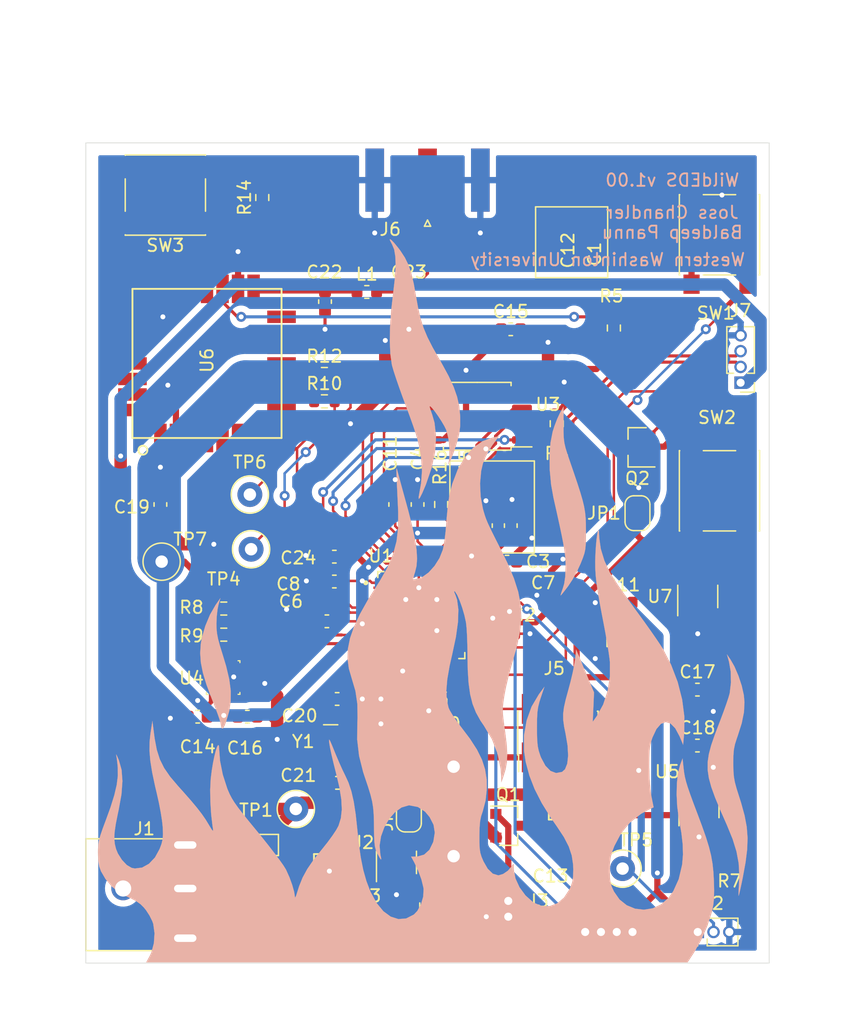
<source format=kicad_pcb>
(kicad_pcb (version 20211014) (generator pcbnew)
  (layers (0 "F.Cu" signal) (31 "B.Cu" signal) (34 "B.Paste" user) (35 "F.Paste" user) (36 "B.SilkS" user "B.Silkscreen") (37 "F.SilkS" user "F.Silkscreen") (38 "B.Mask" user) (39 "F.Mask" user) (44 "Edge.Cuts" user))
  (net 0 "")
  (net 1 "GND")
  (net 2 "+3V3")
  (net 3 "+BATT")
  (net 4 "Net-(C13-Pad1)")
  (net 5 "XIN")
  (net 6 "XOUT")
  (net 7 "Net-(C22-Pad1)")
  (net 8 "Net-(C23-Pad1)")
  (net 9 "Net-(D1-Pad2)")
  (net 10 "VDC")
  (net 11 "Net-(D2-Pad1)")
  (net 12 "SOIL_SIG")
  (net 13 "SCL_SOIL")
  (net 14 "SDA_SOIL")
  (net 15 "RESET")
  (net 16 "SWD_CLK")
  (net 17 "SWD_DIO")
  (net 18 "Net-(Q2-Pad2)")
  (net 19 "Net-(R2-Pad2)")
  (net 20 "Net-(R3-Pad2)")
  (net 21 "QSPI_CSN")
  (net 22 "Net-(R7-Pad1)")
  (net 23 "SDA")
  (net 24 "SCL")
  (net 25 "LORA_TX")
  (net 26 "Net-(R10-Pad1)")
  (net 27 "Net-(R11-Pad2)")
  (net 28 "LORA_RX")
  (net 29 "Net-(R12-Pad1)")
  (net 30 "Net-(R14-Pad2)")
  (net 31 "Net-(SW3-Pad1)")
  (net 32 "QSPI_SD1")
  (net 33 "QSPI_SD2")
  (net 34 "QSPI_SD0")
  (net 35 "QSPI_CLK")
  (net 36 "QSPI_SD3")
  (net 37 "DONE")
  (net 38 "VDD")
  (net 39 "Net-(R1-Pad2)")
  (net 40 "+1V1")
  (net 43 "Net-(U2-Pad4)")
  (net 44 "USB_DP")
  (net 87 "/D-")
  (net 88 "/D+")
  (net 89 "USB_DN")
  (footprint "Capacitor_SMD:C_0603_1608Metric" (layer "F.Cu") (at 184.2 69.8 90)
    (fp_text reference "C1")
    (fp_text value "1uF")
  )
  (footprint "Capacitor_SMD:C_0603_1608Metric" (layer "F.Cu") (at 183.725 78.5)
    (fp_text reference "C2")
    (fp_text value "100nF")
  )
  (footprint "Capacitor_SMD:C_0603_1608Metric" (layer "F.Cu") (at 183.9 72.7)
    (fp_text reference "C3")
    (fp_text value "100nF")
  )
  (footprint "Capacitor_SMD:C_0603_1608Metric" (layer "F.Cu") (at 176.7 68.1 90)
    (fp_text reference "C4")
    (fp_text value "100nF")
  )
  (footprint "Capacitor_SMD:C_0603_1608Metric" (layer "F.Cu") (at 175.725 83.75 180)
    (fp_text reference "C5")
    (fp_text value "100nF")
  )
  (footprint "Capacitor_SMD:C_0603_1608Metric" (layer "F.Cu") (at 169.4 77.5 180)
    (fp_text reference "C6")
    (fp_text value "100nF")
  )
  (footprint "Capacitor_SMD:C_0603_1608Metric" (layer "F.Cu") (at 183.9 74.8)
    (fp_text reference "C7")
    (fp_text value "100nF")
  )
  (footprint "Capacitor_SMD:C_0603_1608Metric" (layer "F.Cu") (at 170 74.3 180)
    (fp_text reference "C8")
    (fp_text value "100nF")
  )
  (footprint "Capacitor_SMD:C_0603_1608Metric" (layer "F.Cu") (at 180.6 100.4 -90)
    (fp_text reference "C9")
    (fp_text value "10uF")
  )
  (footprint "Capacitor_SMD:C_0603_1608Metric" (layer "F.Cu") (at 175.75 85.75 180)
    (fp_text reference "C10")
    (fp_text value "100nF")
  )
  (footprint "Capacitor_SMD:C_0603_1608Metric" (layer "F.Cu") (at 174.9 68.1 90)
    (fp_text reference "C11")
    (fp_text value "100nF")
  )
  (footprint "Capacitor_SMD:C_0603_1608Metric" (layer "F.Cu") (at 182.2 69.8 90)
    (fp_text reference "C12")
    (fp_text value "1uF")
  )
  (footprint "Capacitor_SMD:C_0603_1608Metric" (layer "F.Cu") (at 190 98.275 -90)
    (fp_text reference "C13")
    (fp_text value "1uF")
  )
  (footprint "Capacitor_SMD:C_0603_1608Metric" (layer "F.Cu") (at 159 85.175 180)
    (fp_text reference "C14")
    (fp_text value "100nF")
  )
  (footprint "Capacitor_SMD:C_0603_1608Metric" (layer "F.Cu") (at 184.2 54)
    (fp_text reference "C15")
    (fp_text value "C")
  )
  (footprint "Capacitor_SMD:C_0603_1608Metric" (layer "F.Cu") (at 163 85.175)
    (fp_text reference "C16")
    (fp_text value "100nF")
  )
  (footprint "Capacitor_SMD:C_0603_1608Metric" (layer "F.Cu") (at 199.225 83)
    (fp_text reference "C17")
    (fp_text value "10uF")
  )
  (footprint "Capacitor_SMD:C_0603_1608Metric" (layer "F.Cu") (at 199.225 87.5)
    (fp_text reference "C18")
    (fp_text value "10uF")
  )
  (footprint "Capacitor_SMD:C_0603_1608Metric" (layer "F.Cu") (at 156 68.1 -90)
    (fp_text reference "C19")
    (fp_text value "4.7uF")
  )
  (footprint "Capacitor_SMD:C_0603_1608Metric" (layer "F.Cu") (at 170.225 83.75)
    (fp_text reference "C20")
    (fp_text value "8pF")
  )
  (footprint "Capacitor_SMD:C_0603_1608Metric" (layer "F.Cu") (at 170.25 90.5)
    (fp_text reference "C21")
    (fp_text value "8pF")
  )
  (footprint "Capacitor_SMD:C_0603_1608Metric" (layer "F.Cu") (at 169.25 51.775 -90)
    (fp_text reference "C22")
    (fp_text value "DNP")
  )
  (footprint "Capacitor_SMD:C_0603_1608Metric" (layer "F.Cu") (at 176 51.75 -90)
    (fp_text reference "C23")
    (fp_text value "DNP")
  )
  (footprint "Diode_SMD:D_SOD-323" (layer "F.Cu") (at 164 95.5 180)
    (fp_text reference "D1")
    (fp_text value "D_Schottky")
  )
  (footprint "LED_SMD:LED_0603_1608Metric" (layer "F.Cu") (at 171.4 101.8 90)
    (fp_text reference "D2")
    (fp_text value "LED")
  )
  (footprint "Diode_SMD:D_SOD-323" (layer "F.Cu") (at 190 93 90)
    (fp_text reference "D3")
    (fp_text value "D_Schottky")
  )
  (footprint "54-00125:54-00125" (layer "F.Cu") (at 154 94)
    (fp_text reference "J1")
    (fp_text value "Barrel_Jack_Switch_Pin3Ring")
  )
  (footprint "Connector_PinHeader_1.27mm:PinHeader_1x03_P1.27mm_Vertical" (layer "F.Cu") (at 199.25 102.5 90)
    (fp_text reference "J2")
    (fp_text value "Analog Soil Header")
  )
  (footprint "Connector_PinHeader_1.27mm:PinHeader_2x01_P1.27mm_Vertical" (layer "F.Cu") (at 184 100 -90)
    (fp_text reference "J3")
    (fp_text value "LiPo Batt")
  )
  (footprint "Connector_PinHeader_1.27mm:PinHeader_1x04_P1.27mm_Vertical" (layer "F.Cu") (at 194 102.5 -90)
    (fp_text reference "J4")
    (fp_text value "I2C Soil Header")
  )
  (footprint "Connector_PinHeader_1.27mm:PinHeader_2x05_P1.27mm_Vertical_SMD" (layer "F.Cu") (at 188 86.5 90)
    (fp_text reference "J5")
    (fp_text value "Conn_02x05_Odd_Even")
  )
  (footprint "Inductor_SMD:L_0603_1608Metric" (layer "F.Cu") (at 172.6125 51)
    (fp_text reference "L1")
    (fp_text value "0H")
  )
  (footprint "Package_TO_SOT_SMD:SOT-23" (layer "F.Cu") (at 184 93.95)
    (fp_text reference "Q1")
    (fp_text value "Q_PMOS_DGS")
  )
  (footprint "Package_TO_SOT_SMD:SOT-23" (layer "F.Cu") (at 194.4 63.5 180)
    (fp_text reference "Q2")
    (fp_text value "Q_PMOS_DGS")
  )
  (footprint "Resistor_SMD:R_0603_1608Metric" (layer "F.Cu") (at 171.2 96.7 90)
    (fp_text reference "R2")
    (fp_text value "2k")
  )
  (footprint "Resistor_SMD:R_0603_1608Metric" (layer "F.Cu") (at 174 101.825 90)
    (fp_text reference "R3")
    (fp_text value "10k")
  )
  (footprint "Resistor_SMD:R_0603_1608Metric" (layer "F.Cu") (at 187.9 61.6 90)
    (fp_text reference "R4")
    (fp_text value "10k")
  )
  (footprint "Resistor_SMD:R_0603_1608Metric" (layer "F.Cu") (at 192.5 53.9 90)
    (fp_text reference "R5")
    (fp_text value "10k")
  )
  (footprint "Resistor_SMD:R_0603_1608Metric" (layer "F.Cu") (at 193.675 92)
    (fp_text reference "R6")
    (fp_text value "10k")
  )
  (footprint "Resistor_SMD:R_0603_1608Metric" (layer "F.Cu") (at 199.175 98.5 180)
    (fp_text reference "R7")
    (fp_text value "10k")
  )
  (footprint "Resistor_SMD:R_0603_1608Metric" (layer "F.Cu") (at 161.1 76.475)
    (fp_text reference "R8")
    (fp_text value "10k")
  )
  (footprint "Resistor_SMD:R_0603_1608Metric" (layer "F.Cu") (at 161.1 78.575)
    (fp_text reference "R9")
    (fp_text value "10k")
  )
  (footprint "Resistor_SMD:R_0603_1608Metric" (layer "F.Cu") (at 169.2 59.8)
    (fp_text reference "R10")
    (fp_text value "22")
  )
  (footprint "Resistor_SMD:R_0603_1608Metric" (layer "F.Cu") (at 193.175 76)
    (fp_text reference "R11")
    (fp_text value "221k")
  )
  (footprint "Resistor_SMD:R_0603_1608Metric" (layer "F.Cu") (at 169.2 57.6)
    (fp_text reference "R12")
    (fp_text value "22")
  )
  (footprint "Resistor_SMD:R_0603_1608Metric" (layer "F.Cu") (at 193.175 80.5)
    (fp_text reference "R13")
    (fp_text value "287k")
  )
  (footprint "Resistor_SMD:R_0603_1608Metric" (layer "F.Cu") (at 164.2 43.4 90)
    (fp_text reference "R14")
    (fp_text value "470")
  )
  (footprint "Button_Switch_SMD:SW_Push_1P1T_NO_6x6mm_H9.5mm" (layer "F.Cu") (at 201 46.4 -90)
    (fp_text reference "SW1")
    (fp_text value "SW_Push")
  )
  (footprint "Button_Switch_SMD:SW_Push_1P1T_NO_6x6mm_H9.5mm" (layer "F.Cu") (at 201 67 -90)
    (fp_text reference "SW2")
    (fp_text value "SW_Push")
  )
  (footprint "Button_Switch_SMD:SW_Push_1P1T_NO_6x6mm_H9.5mm" (layer "F.Cu") (at 156.4 43.2 180)
    (fp_text reference "SW3")
    (fp_text value "SW_Push")
  )
  (footprint "RP2040KICAD:QFN40P700X700X90-57N" (layer "F.Cu") (at 177 77)
    (fp_text reference "U1")
    (fp_text value "RP2040")
  )
  (footprint "Package_TO_SOT_SMD:SOT-23-5" (layer "F.Cu") (at 175 96.9 90)
    (fp_text reference "U2")
    (fp_text value "MCP73831-2-OT")
  )
  (footprint "Package_SO:SOIC-8_5.23x5.23mm_P1.27mm" (layer "F.Cu") (at 181.5 61 180)
    (fp_text reference "U3")
    (fp_text value "W25Q128JVS")
  )
  (footprint "Package_LGA:Bosch_LGA-8_2.5x2.5mm_P0.65mm_ClockwisePinNumbering" (layer "F.Cu") (at 161.05 82.025)
    (fp_text reference "U4")
    (fp_text value "BME280")
  )
  (footprint "Package_TO_SOT_SMD:SOT-23-5" (layer "F.Cu") (at 199.35 92.4 90)
    (fp_text reference "U5")
    (fp_text value "AP2112K-3.3")
  )
  (footprint "LoRa-E5:LoRa-E5" (layer "F.Cu") (at 159.75 56.75 90)
    (fp_text reference "U6")
    (fp_text value "LoRa-E5")
  )
  (footprint "Package_TO_SOT_SMD:SOT-23-6" (layer "F.Cu") (at 199.25 75.5 90)
    (fp_text reference "U7")
    (fp_text value "TPL5110")
  )
  (footprint "Oscillator:Oscillator_SMD_Abracon_ASDMB-4Pin_2.5x2.0mm" (layer "F.Cu") (at 170.275 87.175 -90)
    (fp_text reference "Y1")
    (fp_text value "Crystal_GND24")
  )
  (footprint "54-00125:SMA_Amphenol_132289_EdgeMount_new" (layer "F.Cu") (at 177.5 42 90)
    (fp_text reference "J6")
    (fp_text value "SMA-J-P-H-RA-TH1")
  )
  (footprint "Jumper:SolderJumper-2_P1.3mm_Open_RoundedPad1.0x1.5mm" (layer "F.Cu") (at 194.4 68.8 90)
    (fp_text reference "JP1")
    (fp_text value "SolderJumper_2_Open")
  )
  (footprint "TestPoint:TestPoint_Loop_D1.80mm_Drill1.0mm_Beaded" (layer "F.Cu") (at 166.9 92.6)
    (fp_text reference "TP1")
    (fp_text value "TestPoint")
  )
  (footprint "TestPoint:TestPoint_Loop_D1.80mm_Drill1.0mm_Beaded" (layer "F.Cu") (at 179.6 96.4)
    (fp_text reference "TP2")
    (fp_text value "TestPoint")
  )
  (footprint "Resistor_SMD:R_0603_1608Metric" (layer "F.Cu") (at 177.4 100.4 -90)
    (fp_text reference "R1")
    (fp_text value "0")
  )
  (footprint "TestPoint:TestPoint_Loop_D1.80mm_Drill1.0mm_Beaded" (layer "F.Cu") (at 179.6 89.2)
    (fp_text reference "TP3")
    (fp_text value "TestPoint")
  )
  (footprint "TestPoint:TestPoint_Loop_D1.80mm_Drill1.0mm_Beaded" (layer "F.Cu") (at 156.1 72.7)
    (fp_text reference "TP4")
    (fp_text value "TestPoint")
  )
  (footprint "TestPoint:TestPoint_Loop_D1.80mm_Drill1.0mm_Beaded" (layer "F.Cu") (at 193.2 97.4)
    (fp_text reference "TP5")
    (fp_text value "TestPoint")
  )
  (footprint "TestPoint:TestPoint_Loop_D1.80mm_Drill1.0mm_Beaded" (layer "F.Cu") (at 163.2 67.3)
    (fp_text reference "TP6")
    (fp_text value "TestPoint")
  )
  (footprint "TestPoint:TestPoint_Loop_D1.80mm_Drill1.0mm_Beaded" (layer "F.Cu") (at 163.3 71.7)
    (fp_text reference "TP7")
    (fp_text value "TestPoint")
  )
  (footprint "Connector_PinHeader_1.27mm:PinHeader_1x04_P1.27mm_Vertical" (layer "F.Cu") (at 202.7 58.3 180)
    (fp_text reference "J7")
    (fp_text value "USB Header")
  )
  (footprint "Resistor_SMD:R_0603_1608Metric" (layer "F.Cu") (at 180.4 68.1 90)
    (fp_text reference "R15")
    (fp_text value "27.4")
  )
  (footprint "Capacitor_SMD:C_0603_1608Metric" (layer "F.Cu") (at 170 72.3 180)
    (fp_text reference "C24")
    (fp_text value "1uF")
  )
  (footprint "Resistor_SMD:R_0603_1608Metric" (layer "F.Cu") (at 178.6 68.1 90)
    (fp_text reference "R16")
    (fp_text value "27.4")
  )
  (footprint "Jumper:SolderJumper-2_P1.3mm_Open_RoundedPad1.0x1.5mm" (layer "F.Cu") (at 176 93.05 90)
    (fp_text reference "JP2")
    (fp_text value "SolderJumper_2_Open")
  )
  (footprint "RP2040_WEDS:Flame_Logo" (layer "B.Cu") (at 177.1 75.7 180)
    (fp_text reference "G***" hide)
    (fp_text value "LOGO" hide)
  )
  (gr_line (start 179.3 64.6) (end 179.3 72) (layer "F.SilkS") (width 0.12))
  (gr_line (start 186.2 49.85) (end 192 49.85) (layer "F.SilkS") (width 0.12))
  (gr_line (start 192 49.85) (end 192 44.15) (layer "F.SilkS") (width 0.12))
  (gr_line (start 186.2 44.35) (end 186.2 49.85) (layer "F.SilkS") (width 0.12))
  (gr_line (start 179.3 72) (end 186.1 72) (layer "F.SilkS") (width 0.12))
  (gr_line (start 192 44.15) (end 186.2 44.15) (layer "F.SilkS") (width 0.12))
  (gr_line (start 186.1 64.6) (end 179.3 64.6) (layer "F.SilkS") (width 0.12))
  (gr_line (start 186.1 72) (end 186.1 64.6) (layer "F.SilkS") (width 0.12))
  (gr_line (start 186.2 44.35) (end 186.2 44.15) (layer "F.SilkS") (width 0.12))
  (gr_line (start 150 105) (end 150 39) (layer "Edge.Cuts") (width 0.05))
  (gr_line (start 205 105) (end 150 105) (layer "Edge.Cuts") (width 0.05))
  (gr_line (start 150 39) (end 205 39) (layer "Edge.Cuts") (width 0.05))
  (gr_line (start 205 39) (end 205 105) (layer "Edge.Cuts") (width 0.05))
  (gr_text "WildEDS v1.00" (at 197.2 42) (layer "B.SilkS") (effects (font (size 1 1)) (justify mirror)))
  (gr_text "Joss Chandler\nBaldeep Pannu" (at 197.2 45.4) (layer "B.SilkS") (effects (font (size 1 1)) (justify mirror)))
  (gr_text "Western Washinton University" (at 192 48.4) (layer "B.SilkS") (effects (font (size 1 1)) (justify mirror)))
  (segment (start 200.425 42.425) (end 201.2 43.2) (width 0.5) (layer "F.Cu") (net 1))
  (segment (start 190.54 88.45) (end 193.45 88.45) (width 0.5) (layer "F.Cu") (net 1))
  (segment (start 182.23 101.27) (end 180.695 101.27) (width 0.5) (layer "F.Cu") (net 1))
  (segment (start 200 84.25) (end 200.5 84.75) (width 0.5) (layer "F.Cu") (net 1))
  (segment (start 160.075 81.7) (end 160.35 81.975) (width 0.35) (layer "F.Cu") (net 1))
  (segment (start 164.75 85.25) (end 165.2 85.7) (width 0.35) (layer "F.Cu") (net 1))
  (segment (start 157.25 59.15) (end 157.25 62.75) (width 0.5) (layer "F.Cu") (net 1))
  (segment (start 162.025 83.05) (end 162.025 82.45) (width 0.35) (layer "F.Cu") (net 1))
  (segment (start 160.075 81) (end 160.075 81.7) (width 0.35) (layer "F.Cu") (net 1))
  (segment (start 167.110756 77.5) (end 168.625 77.5) (width 0.5) (layer "F.Cu") (net 1))
  (segment (start 176 80.435) (end 176 81) (width 0.2) (layer "F.Cu") (net 1))
  (segment (start 187.78 101.27) (end 190 99.05) (width 0.5) (layer "F.Cu") (net 1))
  (segment (start 160.3 71.3) (end 157.7 71.3) (width 1) (layer "F.Cu") (net 1))
  (segment (start 165.4 87) (end 165.4 83.5) (width 1) (layer "F.Cu") (net 1))
  (segment (start 200 87.5) (end 200 88.749998) (width 0.5) (layer "F.Cu") (net 1))
  (segment (start 174.95 83.75) (end 173.75 83.75) (width 0.2) (layer "F.Cu") (net 1))
  (segment (start 163.8 85.25) (end 164.75 85.25) (width 0.35) (layer "F.Cu") (net 1))
  (segment (start 198.75 50.375) (end 198.75 42.425) (width 0.5) (layer "F.Cu") (net 1))
  (segment (start 164.2 45.8) (end 162.25 47.75) (width 0.5) (layer "F.Cu") (net 1))
  (segment (start 193.45 88.45) (end 194.5 89.5) (width 0.5) (layer "F.Cu") (net 1))
  (segment (start 160.35 81.975) (end 161.9 81.975) (width 0.35) (layer "F.Cu") (net 1))
  (segment (start 169.25 52.55) (end 169.25 54) (width 0.25) (layer "F.Cu") (net 1))
  (segment (start 164.2 44.225) (end 164.2 45.8) (width 0.5) (layer "F.Cu") (net 1))
  (segment (start 187.2 55.05) (end 187.2 58.4) (width 1) (layer "F.Cu") (net 1))
  (segment (start 166.155378 76.544622) (end 167.110756 77.5) (width 0.5) (layer "F.Cu") (net 1))
  (segment (start 187.1 58.5) (end 186.5 59.1) (width 0.5) (layer "F.Cu") (net 1))
  (segment (start 174.9 66.1) (end 174.9 67.275) (width 0.35) (layer "F.Cu") (net 1))
  (segment (start 176 78) (end 177 77) (width 0.2) (layer "F.Cu") (net 1))
  (segment (start 186.5 59.1) (end 185.105 59.1) (width 0.5) (layer "F.Cu") (net 1))
  (segment (start 192.35 80.5) (end 191 80.5) (width 0.5) (layer "F.Cu") (net 1))
  (segment (start 198.75 42.425) (end 200.425 42.425) (width 0.5) (layer "F.Cu") (net 1))
  (segment (start 192.35 76) (end 191 76) (width 0.5) (layer "F.Cu") (net 1))
  (segment (start 184.675 74.8) (end 185.7 74.8) (width 0.5) (layer "F.Cu") (net 1))
  (segment (start 194.5 92) (end 194.5 89.5) (width 0.5) (layer "F.Cu") (net 1))
  (segment (start 171 83.75) (end 171 86.3) (width 0.2) (layer "F.Cu") (net 1))
  (segment (start 180.695 101.27) (end 180.6 101.175) (width 0.5) (layer "F.Cu") (net 1))
  (segment (start 200 88.749998) (end 200.500002 89.25) (width 0.5) (layer "F.Cu") (net 1))
  (segment (start 173.25 42) (end 173.25 46.25) (width 0.25) (layer "F.Cu") (net 1))
  (segment (start 162.025 82.45) (end 161.55 81.975) (width 0.35) (layer "F.Cu") (net 1))
  (segment (start 172 83.75) (end 172.25 83.75) (width 0.2) (layer "F.Cu") (net 1))
  (segment (start 156 69.6) (end 156 68.875) (width 1) (layer "F.Cu") (net 1))
  (segment (start 174.975 85.75) (end 173.75 85.75) (width 0.2) (layer "F.Cu") (net 1))
  (segment (start 171.05 86.35) (end 171.05 86.45) (width 0.2) (layer "F.Cu") (net 1))
  (segment (start 156.925 85.175) (end 158.075 85.175) (width 0.35) (layer "F.Cu") (net 1))
  (segment (start 186.73 88.45) (end 188 88.45) (width 0.5) (layer "F.Cu") (net 1))
  (segment (start 169.5 88) (end 169.5 90.475) (width 0.2) (layer "F.Cu") (net 1))
  (segment (start 185.9 70.8) (end 184.675 72.025) (width 0.5) (layer "F.Cu") (net 1))
  (segment (start 184.675 72.025) (end 184.675 72.7) (width 0.5) (layer "F.Cu") (net 1))
  (segment (start 176 81) (end 175.5 81.5) (width 0.2) (layer "F.Cu") (net 1))
  (segment (start 169.5 97.625) (end 169.65 97.475) (width 0.25) (layer "F.Cu") (net 1))
  (segment (start 184.2 69.025) (end 184.2 67.8) (width 0.5) (layer "F.Cu") (net 1))
  (segment (start 162.25 47.75) (end 162.25 50.75) (width 0.5) (layer "F.Cu") (net 1))
  (segment (start 184 101.27) (end 182.23 101.27) (width 0.5) (layer "F.Cu") (net 1))
  (segment (start 169.5 90.475) (end 169.475 90.5) (width 0.2) (layer "F.Cu") (net 1))
  (segment (start 199.35 93.5) (end 199.35 94.85) (width 0.5) (layer "F.Cu") (net 1))
  (segment (start 185.7 74.8) (end 184.7 74.8) (width 0.2) (layer "F.Cu") (net 1))
  (segment (start 189.27 88.45) (end 190.54 88.45) (width 0.5) (layer "F.Cu") (net 1))
  (segment (start 185.7 74.8) (end 186.3 75.4) (width 0.5) (layer "F.Cu") (net 1))
  (segment (start 158.075 85.175) (end 158.2 85.3) (width 0.35) (layer "F.Cu") (net 1))
  (segment (start 187.2 54.4) (end 186.8 54) (width 0.5) (layer "F.Cu") (net 1))
  (segment (start 186.8 54) (end 184.975 54) (width 0.5) (layer "F.Cu") (net 1))
  (segment (start 169.225 72.3) (end 167.8 72.3) (width 0.5) (layer "F.Cu") (net 1))
  (segment (start 169.5 74.25) (end 168 74.25) (width 0.2) (layer "F.Cu") (net 1))
  (segment (start 175 98) (end 175 99.5) (width 0.25) (layer "F.Cu") (net 1))
  (segment (start 157.7 71.3) (end 156 69.6) (width 1) (layer "F.Cu") (net 1))
  (segment (start 156.6 58.5) (end 157.25 59.15) (width 0.5) (layer "F.Cu") (net 1))
  (segment (start 184.5 78.5) (end 185.75 78.5) (width 0.2) (layer "F.Cu") (net 1))
  (segment (start 184 101.27) (end 187.78 101.27) (width 0.5) (layer "F.Cu") (net 1))
  (segment (start 171 86.3) (end 171.05 86.35) (width 0.2) (layer "F.Cu") (net 1))
  (segment (start 171.05 86.45) (end 169.5 88) (width 0.2) (layer "F.Cu") (net 1))
  (segment (start 176 80.435) (end 176 78) (width 0.2) (layer "F.Cu") (net 1))
  (segment (start 171.3 61.6) (end 174.1 58.8) (width 1) (layer "F.Cu") (net 1))
  (segment (start 174.1 58.8) (end 174.1 54.9) (width 1) (layer "F.Cu") (net 1))
  (segment (start 182.2 68.7) (end 182.2 67.8) (width 0.2) (layer "F.Cu") (net 1))
  (segment (start 160.725 82.525978) (end 160.725 83.05) (width 0.35) (layer "F.Cu") (net 1))
  (segment (start 176.7 66.1) (end 176.7 67.325) (width 0.35) (layer "F.Cu") (net 1))
  (segment (start 187.2 55.05) (end 187.2 54.4) (width 0.5) (layer "F.Cu") (net 1))
  (segment (start 182.2 69.025) (end 182.2 67.8) (width 0.5) (layer "F.Cu") (net 1))
  (segment (start 171 83.75) (end 172 83.75) (width 0.2) (layer "F.Cu") (net 1))
  (segment (start 161.275978 81.975) (end 160.725 82.525978) (width 0.35) (layer "F.Cu") (net 1))
  (segment (start 176 52.525) (end 176 54) (width 0.25) (layer "F.Cu") (net 1))
  (segment (start 200 83) (end 200 84.25) (width 0.5) (layer "F.Cu") (net 1))
  (segment (start 167.8 74.3) (end 167.75 74.25) (width 0.5) (layer "F.Cu") (net 1))
  (segment (start 156.8 85.3) (end 156.925 85.175) (width 0.35) (layer "F.Cu") (net 1))
  (segment (start 188 88.45) (end 189.27 88.45) (width 0.5) (layer "F.Cu") (net 1))
  (segment (start 167.8 72.3) (end 167.7 72.2) (width 0.5) (layer "F.Cu") (net 1))
  (segment (start 153.75 53) (end 156.2 53) (width 0.5) (layer "F.Cu") (net 1))
  (segment (start 199.25 76.6) (end 199.25 78.5) (width 0.5) (layer "F.Cu") (net 1))
  (segment (start 165.4 83.5) (end 164.4 82.5) (width 1) (layer "F.Cu") (net 1))
  (segment (start 169.65 97.475) (end 171 97.475) (width 0.25) (layer "F.Cu") (net 1))
  (segment (start 169.225 74.3) (end 167.8 74.3) (width 0.5) (layer "F.Cu") (net 1))
  (segment (start 187.2 58.4) (end 187.1 58.5) (width 1) (layer "F.Cu") (net 1))
  (segment (start 181.75 42) (end 181.75 46.25) (width 0.25) (layer "F.Cu") (net 1))
  (via (at 175 99.5) (size 0.8) (drill 0.4) (layers "F.Cu" "B.Cu") (net 1))
  (via (at 156.6 58.5) (size 0.8) (drill 0.4) (layers "F.Cu" "B.Cu") (net 1))
  (via (at 173.25 46.25) (size 0.8) (drill 0.4) (layers "F.Cu" "B.Cu") (net 1))
  (via (at 171.3 61.6) (size 0.8) (drill 0.4) (layers "F.Cu" "B.Cu") (net 1))
  (via (at 178.25 78.25) (size 0.8) (drill 0.4) (layers "F.Cu" "B.Cu") (net 1))
  (via (at 184.3 67.7) (size 0.8) (drill 0.4) (layers "F.Cu" "B.Cu") (net 1))
  (via (at 169.6 97.6) (size 0.8) (drill 0.4) (layers "F.Cu" "B.Cu") (net 1))
  (via (at 167.7 72.2) (size 0.8) (drill 0.4) (layers "F.Cu" "B.Cu") (net 1))
  (via (at 182.23 101.27) (size 0.8) (drill 0.4) (layers "F.Cu" "B.Cu") (net 1))
  (via (at 156.8 85.3) (size 0.8) (drill 0.4) (layers "F.Cu" "B.Cu") (net 1))
  (via (at 160.3 71.3) (size 0.8) (drill 0.4) (layers "F.Cu" "B.Cu") (net 1))
  (via (at 175.75 75.75) (size 0.8) (drill 0.4) (layers "F.Cu" "B.Cu") (net 1))
  (via (at 199.35 94.85) (size 0.8) (drill 0.4) (layers "F.Cu" "B.Cu") (net 1))
  (via (at 169.25 54) (size 0.8) (drill 0.4) (layers "F.Cu" "B.Cu") (net 1))
  (via (at 164.4 82.5) (size 0.8) (drill 0.4) (layers "F.Cu" "B.Cu") (net 1))
  (via (at 175.5 81.5) (size 0.8) (drill 0.4) (layers "F.Cu" "B.Cu") (net 1))
  (via (at 185.75 78.5) (size 0.8) (drill 0.4) (layers "F.Cu" "B.Cu") (net 1))
  (via (at 167.75 74.25) (size 0.8) (drill 0.4) (layers "F.Cu" "B.Cu") (net 1))
  (via (at 191 80.5) (size 0.8) (drill 0.4) (layers "F.Cu" "B.Cu") (net 1))
  (via (at 194.5 89.5) (size 0.8) (drill 0.4) (layers "F.Cu" "B.Cu") (net 1))
  (via (at 172.25 83.75) (size 0.8) (drill 0.4) (layers "F.Cu" "B.Cu") (net 1))
  (via (at 201.2 43.2) (size 0.8) (drill 0.4) (layers "F.Cu" "B.Cu") (net 1))
  (via (at 181.75 46.25) (size 0.8) (drill 0.4) (layers "F.Cu" "B.Cu") (net 1))
  (via (at 165.4 87) (size 0.8) (drill 0.4) (layers "F.Cu" "B.Cu") (net 1))
  (via (at 199.25 78.5) (size 0.8) (drill 0.4) (layers "F.Cu" "B.Cu") (net 1))
  (via (at 174.1 54.9) (size 0.8) (drill 0.4) (layers "F.Cu" "B.Cu") (net 1))
  (via (at 176 54) (size 0.8) (drill 0.4) (layers "F.Cu" "B.Cu") (net 1))
  (via (at 186.3 75.4) (size 0.8) (drill 0.4) (layers "F.Cu" "B.Cu") (net 1))
  (via (at 185.9 70.8) (size 0.8) (drill 0.4) (layers "F.Cu" "B.Cu") (net 1))
  (via (at 166.155378 76.544622) (size 0.8) (drill 0.4) (layers "F.Cu" "B.Cu") (net 1))
  (via (at 161.9 81.975) (size 0.8) (drill 0.4) (layers "F.Cu" "B.Cu") (net 1))
  (via (at 162.25 47.75) (size 0.8) (drill 0.4) (layers "F.Cu" "B.Cu") (net 1))
  (via (at 156.2 53) (size 0.8) (drill 0.4) (layers "F.Cu" "B.Cu") (net 1))
  (via (at 182.2 67.8) (size 0.8) (drill 0.4) (layers "F.Cu" "B.Cu") (net 1))
  (via (at 191 76) (size 0.8) (drill 0.4) (layers "F.Cu" "B.Cu") (net 1))
  (via (at 187.2 55.05) (size 0.8) (drill 0.4) (layers "F.Cu" "B.Cu") (net 1))
  (via (at 173.75 83.75) (size 0.8) (drill 0.4) (layers "F.Cu" "B.Cu") (net 1))
  (via (at 174.9 66.1) (size 0.8) (drill 0.4) (layers "F.Cu" "B.Cu") (net 1))
  (via (at 178.25 75.75) (size 0.8) (drill 0.4) (layers "F.Cu" "B.Cu") (net 1))
  (via (at 200.500002 89.25) (size 0.8) (drill 0.4) (layers "F.Cu" "B.Cu") (net 1))
  (via (at 200.5 84.75) (size 0.8) (drill 0.4) (layers "F.Cu" "B.Cu") (net 1))
  (via (at 173.75 85.75) (size 0.8) (drill 0.4) (layers "F.Cu" "B.Cu") (net 1))
  (via (at 176.7 66.1) (size 0.8) (drill 0.4) (layers "F.Cu" "B.Cu") (net 1))
  (segment (start 190 82) (end 189.5 81.5) (width 0.5) (layer "F.Cu") (net 2))
  (segment (start 198.75 70.975) (end 198.25 71.475) (width 0.5) (layer "F.Cu") (net 2))
  (segment (start 198.45 83) (end 198.45 87.5) (width 0.5) (layer "F.Cu") (net 2))
  (segment (start 198.25 76.65) (end 198.3 76.6) (width 0.5) (layer "F.Cu") (net 2))
  (segment (start 198.75 63.025) (end 196.975 63.025) (width 0.5) (layer "F.Cu") (net 2))
  (segment (start 189.5 76.241998) (end 194.766998 70.975) (width 0.5) (layer "F.Cu") (net 2))
  (segment (start 195.75 83) (end 194.75 82) (width 0.5) (layer "F.Cu") (net 2))
  (segment (start 189.5 81.5) (end 189.5 76.241998) (width 0.5) (layer "F.Cu") (net 2))
  (segment (start 198.25 82.8) (end 198.25 76.65) (width 0.5) (layer "F.Cu") (net 2))
  (segment (start 198.45 83) (end 198.25 82.8) (width 0.5) (layer "F.Cu") (net 2))
  (segment (start 186.199987 86.600011) (end 192.149989 86.600011) (width 0.5) (layer "F.Cu") (net 2))
  (segment (start 193.45 63.45) (end 193.4 63.5) (width 0.5) (layer "F.Cu") (net 2))
  (segment (start 185.46 87.339998) (end 186.199987 86.600011) (width 0.5) (layer "F.Cu") (net 2))
  (segment (start 198.75 70.975) (end 198.75 63.025) (width 0.5) (layer "F.Cu") (net 2))
  (segment (start 185.46 88.45) (end 180.35 88.45) (width 0.5) (layer "F.Cu") (net 2))
  (segment (start 194.4 69.45) (end 194.4 70.608002) (width 0.5) (layer "F.Cu") (net 2))
  (segment (start 196.975 63.025) (end 196.55 63.45) (width 0.5) (layer "F.Cu") (net 2))
  (segment (start 198.25 74.35) (end 198.3 74.4) (width 0.5) (layer "F.Cu") (net 2))
  (segment (start 198.45 87.5) (end 198.45 91.25) (width 0.5) (layer "F.Cu") (net 2))
  (segment (start 192.149989 86.600011) (end 195.75 83) (width 0.5) (layer "F.Cu") (net 2))
  (segment (start 194.766998 70.975) (end 198.75 70.975) (width 0.5) (layer "F.Cu") (net 2))
  (segment (start 198.45 83) (end 195.75 83) (width 0.5) (layer "F.Cu") (net 2))
  (segment (start 198.25 71.475) (end 198.25 74.35) (width 0.5) (layer "F.Cu") (net 2))
  (segment (start 198.45 91.25) (end 198.4 91.3) (width 0.5) (layer "F.Cu") (net 2))
  (segment (start 196.55 63.45) (end 193.45 63.45) (width 0.5) (layer "F.Cu") (net 2))
  (segment (start 194.4 70.608002) (end 194.766998 70.975) (width 0.5) (layer "F.Cu") (net 2))
  (segment (start 194.75 82) (end 190 82) (width 0.5) (layer "F.Cu") (net 2))
  (segment (start 185.46 88.45) (end 185.46 87.339998) (width 0.5) (layer "F.Cu") (net 2))
  (segment (start 180.35 88.45) (end 179.6 89.2) (width 0.5) (layer "F.Cu") (net 2))
  (segment (start 184 94) (end 183 93) (width 0.5) (layer "F.Cu") (net 3))
  (segment (start 184 100) (end 184 94) (width 0.5) (layer "F.Cu") (net 3))
  (segment (start 180.6 99.625) (end 177.45 99.625) (width 0.5) (layer "F.Cu") (net 3))
  (segment (start 180.6 97.4) (end 179.6 96.4) (width 0.5) (layer "F.Cu") (net 3))
  (segment (start 184 100) (end 180.975 100) (width 0.5) (layer "F.Cu") (net 3))
  (segment (start 177.45 99.625) (end 177.4 99.575) (width 0.5) (layer "F.Cu") (net 3))
  (segment (start 180.6 99.625) (end 180.6 97.4) (width 0.5) (layer "F.Cu") (net 3))
  (segment (start 180.975 100) (end 180.6 99.625) (width 0.5) (layer "F.Cu") (net 3))
  (segment (start 198 93.1) (end 198.4 93.5) (width 0.5) (layer "F.Cu") (net 4))
  (segment (start 185.1 94.05) (end 185 93.95) (width 0.5) (layer "F.Cu") (net 4))
  (segment (start 198.4 98.45) (end 198.35 98.5) (width 0.5) (layer "F.Cu") (net 4))
  (segment (start 190 94.05) (end 185.1 94.05) (width 0.5) (layer "F.Cu") (net 4))
  (segment (start 190 94.05) (end 190 97.5) (width 0.5) (layer "F.Cu") (net 4))
  (segment (start 190 94.05) (end 190.95 93.1) (width 0.5) (layer "F.Cu") (net 4))
  (segment (start 190.95 93.1) (end 198 93.1) (width 0.5) (layer "F.Cu") (net 4))
  (segment (start 198.4 93.5) (end 198.4 98.45) (width 0.5) (layer "F.Cu") (net 4))
  (segment (start 176.4 80.435) (end 176.4 81.636002) (width 0.2) (layer "F.Cu") (net 5))
  (segment (start 176.4 81.636002) (end 175.786002 82.25) (width 0.2) (layer "F.Cu") (net 5))
  (segment (start 169.45 86.3) (end 169.5 86.35) (width 0.25) (layer "F.Cu") (net 5))
  (segment (start 175.786002 82.25) (end 170.95 82.25) (width 0.2) (layer "F.Cu") (net 5))
  (segment (start 169.45 83.75) (end 169.45 86.3) (width 0.25) (layer "F.Cu") (net 5))
  (segment (start 170.95 82.25) (end 169.45 83.75) (width 0.2) (layer "F.Cu") (net 5))
  (segment (start 173 86.05) (end 171.05 88) (width 0.2) (layer "F.Cu") (net 6))
  (segment (start 176.8 81.801701) (end 175.851701 82.75) (width 0.2) (layer "F.Cu") (net 6))
  (segment (start 176.8 80.435) (end 176.8 81.801701) (width 0.2) (layer "F.Cu") (net 6))
  (segment (start 173.5 82.75) (end 173 83.25) (width 0.2) (layer "F.Cu") (net 6))
  (segment (start 175.851701 82.75) (end 173.5 82.75) (width 0.2) (layer "F.Cu") (net 6))
  (segment (start 171.025 88.025) (end 171.05 88) (width 0.25) (layer "F.Cu") (net 6))
  (segment (start 173 83.25) (end 173 86.05) (width 0.2) (layer "F.Cu") (net 6))
  (segment (start 171.025 90.5) (end 171.025 88.025) (width 0.25) (layer "F.Cu") (net 6))
  (segment (start 163.5 50.75) (end 163.75 51) (width 0.25) (layer "F.Cu") (net 7))
  (segment (start 163.75 51) (end 171.825 51) (width 0.25) (layer "F.Cu") (net 7))
  (segment (start 173.4 51) (end 175.975 51) (width 0.25) (layer "F.Cu") (net 8))
  (segment (start 176.025 50.975) (end 177.5 49.5) (width 0.25) (layer "F.Cu") (net 8))
  (segment (start 175.975 51) (end 176 50.975) (width 0.25) (layer "F.Cu") (net 8))
  (segment (start 177.5 49.5) (end 177.5 42) (width 0.25) (layer "F.Cu") (net 8))
  (segment (start 176 50.975) (end 176.025 50.975) (width 0.25) (layer "F.Cu") (net 8))
  (segment (start 158 95.5) (end 162.95 95.5) (width 1) (layer "F.Cu") (net 9))
  (segment (start 165.05 95.5) (end 165.05 94.45) (width 1) (layer "F.Cu") (net 10))
  (segment (start 162.545056 92.6) (end 166.9 92.6) (width 1) (layer "F.Cu") (net 10))
  (segment (start 165.05 95.6) (end 170.4625 101.0125) (width 1) (layer "F.Cu") (net 10))
  (segment (start 180.2 92.1) (end 183 94.9) (width 1) (layer "F.Cu") (net 10))
  (segment (start 152.8 82.854944) (end 162.545056 92.6) (width 1) (layer "F.Cu") (net 10))
  (segment (start 165.05 94.45) (end 166.9 92.6) (width 1) (layer "F.Cu") (net 10))
  (segment (start 152.8 64.2) (end 152.8 82.854944) (width 1) (layer "F.Cu") (net 10))
  (segment (start 170.4625 101.0125) (end 171.4 101.0125) (width 1) (layer "F.Cu") (net 10))
  (segment (start 180.2 92.1) (end 180.85 91.45) (width 1) (layer "F.Cu") (net 10))
  (segment (start 167.4 92.1) (end 180.2 92.1) (width 1) (layer "F.Cu") (net 10))
  (segment (start 192.3 91.45) (end 192.85 92) (width 1) (layer "F.Cu") (net 10))
  (segment (start 165.05 95.5) (end 165.05 95.6) (width 1) (layer "F.Cu") (net 10))
  (segment (start 166.9 92.6) (end 167.4 92.1) (width 1) (layer "F.Cu") (net 10))
  (segment (start 180.85 91.45) (end 192.3 91.45) (width 1) (layer "F.Cu") (net 10))
  (via (at 152.8 64.2) (size 0.8) (drill 0.4) (layers "F.Cu" "B.Cu") (net 10))
  (segment (start 204.3 57.126366) (end 204.3 53.3) (width 1) (layer "B.Cu") (net 10))
  (segment (start 204.3 53.3) (end 201.4 50.4) (width 1) (layer "B.Cu") (net 10))
  (segment (start 152.8 59.6) (end 152.8 64.2) (width 1) (layer "B.Cu") (net 10))
  (segment (start 203.126366 58.3) (end 204.3 57.126366) (width 1) (layer "B.Cu") (net 10))
  (segment (start 202.7 58.3) (end 203.126366 58.3) (width 1) (layer "B.Cu") (net 10))
  (segment (start 202.7 58.3) (end 202.739511 58.339511) (width 0.5) (layer "B.Cu") (net 10))
  (segment (start 162 50.4) (end 152.8 59.6) (width 1) (layer "B.Cu") (net 10))
  (segment (start 201.4 50.4) (end 162 50.4) (width 1) (layer "B.Cu") (net 10))
  (segment (start 174 102.65) (end 173.9375 102.5875) (width 0.25) (layer "F.Cu") (net 11))
  (segment (start 173.9375 102.5875) (end 171.4 102.5875) (width 0.5) (layer "F.Cu") (net 11))
  (segment (start 173.925 102.575) (end 174 102.65) (width 0.25) (layer "F.Cu") (net 11))
  (segment (start 185.5 76.5) (end 185 76) (width 0.2) (layer "F.Cu") (net 12))
  (segment (start 185 76) (end 180.435 76) (width 0.2) (layer "F.Cu") (net 12))
  (via (at 185.5 76.5) (size 0.8) (drill 0.4) (layers "F.Cu" "B.Cu") (net 12))
  (segment (start 200.52 101.792894) (end 200.52 102.5) (width 0.25) (layer "B.Cu") (net 12))
  (segment (start 193.774999 97.524999) (end 196.25 100) (width 0.25) (layer "B.Cu") (net 12))
  (segment (start 193.774999 84.774999) (end 193.774999 97.524999) (width 0.25) (layer "B.Cu") (net 12))
  (segment (start 198.727106 100) (end 200.52 101.792894) (width 0.25) (layer "B.Cu") (net 12))
  (segment (start 196.25 100) (end 198.727106 100) (width 0.25) (layer "B.Cu") (net 12))
  (segment (start 185.5 76.5) (end 193.774999 84.774999) (width 0.25) (layer "B.Cu") (net 12))
  (segment (start 183.790187 76.4) (end 180.435 76.4) (width 0.2) (layer "F.Cu") (net 13))
  (segment (start 184.1 76.709813) (end 183.790187 76.4) (width 0.2) (layer "F.Cu") (net 13))
  (via (at 184.1 76.709813) (size 0.8) (drill 0.4) (layers "F.Cu" "B.Cu") (net 13))
  (segment (start 191.46 101.46) (end 191.46 102.5) (width 0.25) (layer "B.Cu") (net 13))
  (segment (start 184.54999 94.54999) (end 191.46 101.46) (width 0.25) (layer "B.Cu") (net 13))
  (segment (start 184.109813 76.709813) (end 184.54999 77.14999) (width 0.25) (layer "B.Cu") (net 13))
  (segment (start 184.1 76.709813) (end 184.109813 76.709813) (width 0.25) (layer "B.Cu") (net 13))
  (segment (start 184.54999 77.14999) (end 184.54999 94.54999) (width 0.25) (layer "B.Cu") (net 13))
  (segment (start 180.435 76.8) (end 182.299996 76.8) (width 0.2) (layer "F.Cu") (net 14))
  (segment (start 182.299996 76.8) (end 182.749996 77.25) (width 0.2) (layer "F.Cu") (net 14))
  (via (at 182.749996 77.25) (size 0.8) (drill 0.4) (layers "F.Cu" "B.Cu") (net 14))
  (segment (start 182.999996 95.309996) (end 190.19 102.5) (width 0.25) (layer "B.Cu") (net 14))
  (segment (start 182.999996 77.5) (end 182.999996 95.309996) (width 0.25) (layer "B.Cu") (net 14))
  (segment (start 182.749996 77.25) (end 182.999996 77.5) (width 0.25) (layer "B.Cu") (net 14))
  (segment (start 161 50.75) (end 161 51.799022) (width 0.25) (layer "F.Cu") (net 15))
  (segment (start 192.5 71.9) (end 188.630002 75.769998) (width 0.2) (layer "F.Cu") (net 15))
  (segment (start 188.630002 75.769998) (end 188.630002 81.8) (width 0.2) (layer "F.Cu") (net 15))
  (segment (start 192.025 52.975) (end 200.65 52.975) (width 0.25) (layer "F.Cu") (net 15))
  (segment (start 178.8 80.435) (end 178.8 81.3) (width 0.2) (layer "F.Cu") (net 15))
  (segment (start 162.200978 53) (end 162.5 53) (width 0.25) (layer "F.Cu") (net 15))
  (segment (start 178.8 81.3) (end 179.3 81.8) (width 0.2) (layer "F.Cu") (net 15))
  (segment (start 190.54 84.55) (end 190.54 83.72) (width 0.25) (layer "F.Cu") (net 15))
  (segment (start 192 53) (end 192.025 52.975) (width 0.25) (layer "F.Cu") (net 15))
  (segment (start 179.3 81.8) (end 188.630002 81.8) (width 0.2) (layer "F.Cu") (net 15))
  (segment (start 203.25 50.375) (end 203.25 42.425) (width 0.25) (layer "F.Cu") (net 15))
  (segment (start 199.9 54) (end 203.25 50.65) (width 0.2) (layer "F.Cu") (net 15))
  (segment (start 194.4 59.6995) (end 194.2005 59.6995) (width 0.2) (layer "F.Cu") (net 15))
  (segment (start 190.54 83.709998) (end 190.54 84.55) (width 0.2) (layer "F.Cu") (net 15))
  (segment (start 194.2005 59.6995) (end 192.5 61.4) (width 0.2) (layer "F.Cu") (net 15))
  (segment (start 161 51.799022) (end 162.200978 53) (width 0.25) (layer "F.Cu") (net 15))
  (segment (start 189.3 53) (end 192 53) (width 0.25) (layer "F.Cu") (net 15))
  (segment (start 203.25 50.65) (end 203.25 50.375) (width 0.2) (layer "F.Cu") (net 15))
  (segment (start 192.5 61.4) (end 192.5 71.9) (width 0.2) (layer "F.Cu") (net 15))
  (segment (start 188.630002 81.8) (end 190.54 83.709998) (width 0.2) (layer "F.Cu") (net 15))
  (segment (start 200.65 52.975) (end 203.25 50.375) (width 0.25) (layer "F.Cu") (net 15))
  (via (at 194.4 59.6995) (size 0.8) (drill 0.4) (layers "F.Cu" "B.Cu") (net 15))
  (via (at 189.3 53) (size 0.8) (drill 0.4) (layers "F.Cu" "B.Cu") (net 15))
  (via (at 162.5 53) (size 0.8) (drill 0.4) (layers "F.Cu" "B.Cu") (net 15))
  (via (at 199.9 54) (size 0.8) (drill 0.4) (layers "F.Cu" "B.Cu") (net 15))
  (segment (start 189.3 53) (end 162.5 53) (width 0.25) (layer "B.Cu") (net 15))
  (segment (start 199.9 54) (end 194.4 59.5) (width 0.2) (layer "B.Cu") (net 15))
  (segment (start 194.4 59.5) (end 194.4 59.6995) (width 0.2) (layer "B.Cu") (net 15))
  (segment (start 178 82.25) (end 181.800001 86.050001) (width 0.2) (layer "F.Cu") (net 16))
  (segment (start 181.800001 86.050001) (end 186.629999 86.050001) (width 0.2) (layer "F.Cu") (net 16))
  (segment (start 186.73 85.95) (end 186.73 84.55) (width 0.2) (layer "F.Cu") (net 16))
  (segment (start 186.629999 86.050001) (end 186.73 85.95) (width 0.2) (layer "F.Cu") (net 16))
  (segment (start 178 80.435) (end 178 82.25) (width 0.2) (layer "F.Cu") (net 16))
  (segment (start 180.865698 84.55) (end 185.46 84.55) (width 0.2) (layer "F.Cu") (net 17))
  (segment (start 178.4 80.435) (end 178.4 82.084302) (width 0.2) (layer "F.Cu") (net 17))
  (segment (start 178.4 82.084302) (end 180.865698 84.55) (width 0.2) (layer "F.Cu") (net 17))
  (segment (start 200.5 62) (end 199.5 61) (width 0.25) (layer "F.Cu") (net 18))
  (segment (start 199.5 61) (end 196.95 61) (width 0.25) (layer "F.Cu") (net 18))
  (segment (start 200.5 72.62) (end 200.5 62) (width 0.25) (layer "F.Cu") (net 18))
  (segment (start 196.95 61) (end 195.4 62.55) (width 0.25) (layer "F.Cu") (net 18))
  (segment (start 199.25 74.4) (end 199.25 73.87) (width 0.25) (layer "F.Cu") (net 18))
  (segment (start 199.25 73.87) (end 200.5 72.62) (width 0.25) (layer "F.Cu") (net 18))
  (segment (start 171.275 95.8) (end 174.05 95.8) (width 0.25) (layer "F.Cu") (net 19))
  (segment (start 171.2 95.875) (end 171.275 95.8) (width 0.25) (layer "F.Cu") (net 19))
  (segment (start 174.05 98) (end 174.05 100.95) (width 0.5) (layer "F.Cu") (net 20))
  (segment (start 174.05 100.95) (end 174 101) (width 0.25) (layer "F.Cu") (net 20))
  (segment (start 183.7 62.9) (end 183.705 62.905) (width 0.25) (layer "F.Cu") (net 21))
  (segment (start 174.165 73.565) (end 174.4 73.565) (width 0.2) (layer "F.Cu") (net 21))
  (segment (start 169.1 67.1) (end 169.1 68.5) (width 0.2) (layer "F.Cu") (net 21))
  (segment (start 187.42 62.905) (end 187.825 62.5) (width 0.25) (layer "F.Cu") (net 21))
  (segment (start 169.1 68.5) (end 174.165 73.565) (width 0.2) (layer "F.Cu") (net 21))
  (segment (start 183.705 62.905) (end 187.42 62.905) (width 0.25) (layer "F.Cu") (net 21))
  (via (at 183.7 62.9) (size 0.8) (drill 0.4) (layers "F.Cu" "B.Cu") (net 21))
  (via (at 169.1 67.1) (size 0.8) (drill 0.4) (layers "F.Cu" "B.Cu") (net 21))
  (segment (start 173.3 62.9) (end 169.1 67.1) (width 0.25) (layer "B.Cu") (net 21))
  (segment (start 183.7 62.9) (end 173.3 62.9) (width 0.25) (layer "B.Cu") (net 21))
  (segment (start 200.3 93.5) (end 200.3 98.2) (width 0.5) (layer "F.Cu") (net 22))
  (segment (start 200.3 98.2) (end 200 98.5) (width 0.5) (layer "F.Cu") (net 22))
  (segment (start 161.2 77.2) (end 161.925 76.475) (width 0.2) (layer "F.Cu") (net 23))
  (segment (start 163.275 76.475) (end 165.4 78.6) (width 0.25) (layer "F.Cu") (net 23))
  (segment (start 161.4 79.975) (end 161.2 79.775) (width 0.2) (layer "F.Cu") (net 23))
  (segment (start 161.925 76.475) (end 163.275 76.475) (width 0.25) (layer "F.Cu") (net 23))
  (segment (start 172.4 78.6) (end 170.6 78.6) (width 0.2) (layer "F.Cu") (net 23))
  (segment (start 165.4 78.6) (end 170.6 78.6) (width 0.25) (layer "F.Cu") (net 23))
  (segment (start 173.565 78.4) (end 172.6 78.4) (width 0.2) (layer "F.Cu") (net 23))
  (segment (start 161.4 80.975) (end 161.4 79.975) (width 0.2) (layer "F.Cu") (net 23))
  (segment (start 172.6 78.4) (end 172.4 78.6) (width 0.2) (layer "F.Cu") (net 23))
  (segment (start 161.375 81) (end 161.4 80.975) (width 0.2) (layer "F.Cu") (net 23))
  (segment (start 161.2 79.775) (end 161.2 77.2) (width 0.2) (layer "F.Cu") (net 23))
  (segment (start 172.8 78.8) (end 172.317151 79.282849) (width 0.2) (layer "F.Cu") (net 24))
  (segment (start 172.317151 79.282849) (end 171.032849 79.282849) (width 0.2) (layer "F.Cu") (net 24))
  (segment (start 162.025 81) (end 162.025 78.675) (width 0.2) (layer "F.Cu") (net 24))
  (segment (start 161.925 78.575) (end 161.975 78.575) (width 0.25) (layer "F.Cu") (net 24))
  (segment (start 173.565 78.8) (end 172.8 78.8) (width 0.2) (layer "F.Cu") (net 24))
  (segment (start 161.975 78.575) (end 162.700527 79.300527) (width 0.25) (layer "F.Cu") (net 24))
  (segment (start 162.025 78.675) (end 161.925 78.575) (width 0.2) (layer "F.Cu") (net 24))
  (segment (start 162.700527 79.300527) (end 171.050527 79.300527) (width 0.25) (layer "F.Cu") (net 24))
  (segment (start 166.925 63.575) (end 163.2 67.3) (width 0.2) (layer "F.Cu") (net 25))
  (segment (start 173.565 76.4) (end 171.433176 76.4) (width 0.2) (layer "F.Cu") (net 25))
  (segment (start 167 63.575) (end 166.925 63.575) (width 0.2) (layer "F.Cu") (net 25))
  (segment (start 167.6 75.4) (end 167 74.8) (width 0.2) (layer "F.Cu") (net 25))
  (segment (start 167 74.8) (end 167 63.575) (width 0.2) (layer "F.Cu") (net 25))
  (segment (start 170.025 60.55) (end 170.025 59.8) (width 0.2) (layer "F.Cu") (net 25))
  (segment (start 171.433176 76.4) (end 170.433176 75.4) (width 0.2) (layer "F.Cu") (net 25))
  (segment (start 167 63.575) (end 170.025 60.55) (width 0.2) (layer "F.Cu") (net 25))
  (segment (start 170.433176 75.4) (end 167.6 75.4) (width 0.2) (layer "F.Cu") (net 25))
  (segment (start 165.75 59.25) (end 167.825 59.25) (width 0.35) (layer "F.Cu") (net 26))
  (segment (start 167.825 59.25) (end 168.375 59.8) (width 0.35) (layer "F.Cu") (net 26))
  (segment (start 203.25 70.975) (end 203.25 63.025) (width 0.25) (layer "F.Cu") (net 27))
  (segment (start 199.75 75.5) (end 200.2 75.95) (width 0.25) (layer "F.Cu") (net 27))
  (segment (start 203.25 73.040002) (end 203.25 70.975) (width 0.25) (layer "F.Cu") (net 27))
  (segment (start 194.5 75.5) (end 200.790002 75.5) (width 0.25) (layer "F.Cu") (net 27))
  (segment (start 194 76) (end 194.5 75.5) (width 0.25) (layer "F.Cu") (net 27))
  (segment (start 200.790002 75.5) (end 203.25 73.040002) (width 0.25) (layer "F.Cu") (net 27))
  (segment (start 200.2 75.95) (end 200.2 76.6) (width 0.25) (layer "F.Cu") (net 27))
  (segment (start 194 80.5) (end 194 76) (width 0.25) (layer "F.Cu") (net 27))
  (segment (start 167.6995 63.882122) (end 167.717878 63.882122) (width 0.2) (layer "F.Cu") (net 28))
  (segment (start 170.867478 76.4) (end 167 76.4) (width 0.2) (layer "F.Cu") (net 28))
  (segment (start 171.3 60.3) (end 171.3 58.3875) (width 0.2) (layer "F.Cu") (net 28))
  (segment (start 166 75.4) (end 166 67.4) (width 0.2) (layer "F.Cu") (net 28))
  (segment (start 173.565 76.8) (end 171.267478 76.8) (width 0.2) (layer "F.Cu") (net 28))
  (segment (start 166 68.8) (end 163.3 71.5) (width 0.2) (layer "F.Cu") (net 28))
  (segment (start 163.3 71.5) (end 163.3 71.7) (width 0.2) (layer "F.Cu") (net 28))
  (segment (start 171.3 58.3875) (end 170.5125 57.6) (width 0.2) (layer "F.Cu") (net 28))
  (segment (start 167.717878 63.882122) (end 171.3 60.3) (width 0.2) (layer "F.Cu") (net 28))
  (segment (start 171.267478 76.8) (end 170.867478 76.4) (width 0.2) (layer "F.Cu") (net 28))
  (segment (start 170.5125 57.6) (end 170.025 57.6) (width 0.2) (layer "F.Cu") (net 28))
  (segment (start 167 76.4) (end 166 75.4) (width 0.2) (layer "F.Cu") (net 28))
  (via (at 166 67.4) (size 0.8) (drill 0.4) (layers "F.Cu" "B.Cu") (net 28))
  (via (at 167.6995 63.882122) (size 0.8) (drill 0.4) (layers "F.Cu" "B.Cu") (net 28))
  (segment (start 167.6995 63.9005) (end 167.6995 63.882122) (width 0.2) (layer "B.Cu") (net 28))
  (segment (start 166 65.6) (end 167.6995 63.9005) (width 0.2) (layer "B.Cu") (net 28))
  (segment (start 166 67.4) (end 166 65.6) (width 0.2) (layer "B.Cu") (net 28))
  (segment (start 165.75 58) (end 167.975 58) (width 0.35) (layer "F.Cu") (net 29))
  (segment (start 167.975 58) (end 168.375 57.6) (width 0.35) (layer "F.Cu") (net 29))
  (segment (start 164.2 42.575) (end 164.2 42) (width 0.25) (layer "F.Cu") (net 30))
  (segment (start 160.375 40.95) (end 152.425 40.95) (width 0.25) (layer "F.Cu") (net 30))
  (segment (start 163.15 40.95) (end 160.375 40.95) (width 0.25) (layer "F.Cu") (net 30))
  (segment (start 164.2 42) (end 163.15 40.95) (width 0.25) (layer "F.Cu") (net 30))
  (segment (start 152.35 55.5) (end 153.75 55.5) (width 0.25) (layer "F.Cu") (net 31))
  (segment (start 160.375 45.45) (end 152.425 45.45) (width 0.25) (layer "F.Cu") (net 31))
  (segment (start 151.2 46.675) (end 151.2 54.35) (width 0.25) (layer "F.Cu") (net 31))
  (segment (start 152.425 45.45) (end 151.2 46.675) (width 0.25) (layer "F.Cu") (net 31))
  (segment (start 151.2 54.35) (end 152.35 55.5) (width 0.25) (layer "F.Cu") (net 31))
  (segment (start 174.612349 72.84548) (end 174.8 73.033131) (width 0.2) (layer "F.Cu") (net 32))
  (segment (start 183.940386 61.635) (end 185.1 61.635) (width 0.25) (layer "F.Cu") (net 32))
  (segment (start 182.2 63.6245) (end 182.551092 63.6245) (width 0.25) (layer "F.Cu") (net 32))
  (segment (start 169.9 68.6) (end 174.14548 72.84548) (width 0.2) (layer "F.Cu") (net 32))
  (segment (start 182.551092 63.6245) (end 182.975489 63.200103) (width 0.25) (layer "F.Cu") (net 32))
  (segment (start 174.14548 72.84548) (end 174.612349 72.84548) (width 0.2) (layer "F.Cu") (net 32))
  (segment (start 169.9 67.8245) (end 169.9 68.6) (width 0.2) (layer "F.Cu") (net 32))
  (segment (start 182.975489 62.599897) (end 183.940386 61.635) (width 0.25) (layer "F.Cu") (net 32))
  (segment (start 182.975489 63.200103) (end 182.975489 62.599897) (width 0.25) (layer "F.Cu") (net 32))
  (segment (start 174.8 73.033131) (end 174.8 73.565) (width 0.2) (layer "F.Cu") (net 32))
  (via (at 182.2 63.6245) (size 0.8) (drill 0.4) (layers "F.Cu" "B.Cu") (net 32))
  (via (at 169.9 67.8245) (size 0.8) (drill 0.4) (layers "F.Cu" "B.Cu") (net 32))
  (segment (start 169.9 67.1) (end 169.9 67.8245) (width 0.25) (layer "B.Cu") (net 32))
  (segment (start 173.4 63.6) (end 169.9 67.1) (width 0.25) (layer "B.Cu") (net 32))
  (segment (start 182.1755 63.6) (end 173.4 63.6) (width 0.25) (layer "B.Cu") (net 32))
  (segment (start 182.2 63.6245) (end 182.1755 63.6) (width 0.25) (layer "B.Cu") (net 32))
  (segment (start 181.475489 63.324397) (end 184.434886 60.365) (width 0.25) (layer "F.Cu") (net 33))
  (segment (start 180.8 64.3245) (end 181.1405 64.3245) (width 0.25) (layer "F.Cu") (net 33))
  (segment (start 170.9 68.2) (end 170.9 69.034994) (width 0.2) (layer "F.Cu") (net 33))
  (segment (start 184.434886 60.365) (end 185.1 60.365) (width 0.25) (layer "F.Cu") (net 33))
  (segment (start 175.2 72.868125) (end 175.2 73.565) (width 0.2) (layer "F.Cu") (net 33))
  (segment (start 174.310966 72.44596) (end 174.777836 72.445961) (width 0.2) (layer "F.Cu") (net 33))
  (segment (start 181.475489 63.989511) (end 181.475489 63.324397) (width 0.25) (layer "F.Cu") (net 33))
  (segment (start 170.9 69.034994) (end 174.310966 72.44596) (width 0.2) (layer "F.Cu") (net 33))
  (segment (start 181.1405 64.3245) (end 181.475489 63.989511) (width 0.25) (layer "F.Cu") (net 33))
  (segment (start 174.777836 72.445961) (end 175.2 72.868125) (width 0.2) (layer "F.Cu") (net 33))
  (via (at 170.9 68.2) (size 0.8) (drill 0.4) (layers "F.Cu" "B.Cu") (net 33))
  (via (at 180.8 64.3245) (size 0.8) (drill 0.4) (layers "F.Cu" "B.Cu") (net 33))
  (segment (start 180.8 64.3245) (end 174.2755 64.3245) (width 0.25) (layer "B.Cu") (net 33))
  (segment (start 174.2755 64.3245) (end 170.9 67.7) (width 0.25) (layer "B.Cu") (net 33))
  (segment (start 170.9 67.7) (end 170.9 68.2) (width 0.25) (layer "B.Cu") (net 33))
  (segment (start 172.3 62) (end 175.205 59.095) (width 0.2) (layer "F.Cu") (net 34))
  (segment (start 175.205 59.095) (end 177.9 59.095) (width 0.2) (layer "F.Cu") (net 34))
  (segment (start 172.3 69.403119) (end 172.3 62) (width 0.2) (layer "F.Cu") (net 34))
  (segment (start 175.6 73.565) (end 175.6 72.703119) (width 0.2) (layer "F.Cu") (net 34))
  (segment (start 175.6 72.703119) (end 172.3 69.403119) (width 0.2) (layer "F.Cu") (net 34))
  (segment (start 173 62.4) (end 175.035 60.365) (width 0.2) (layer "F.Cu") (net 35))
  (segment (start 176 73.565) (end 176 72.282849) (width 0.2) (layer "F.Cu") (net 35))
  (segment (start 173 69.282849) (end 173 62.4) (width 0.2) (layer "F.Cu") (net 35))
  (segment (start 176 72.282849) (end 173 69.282849) (width 0.2) (layer "F.Cu") (net 35))
  (segment (start 175.035 60.365) (end 177.9 60.365) (width 0.2) (layer "F.Cu") (net 35))
  (segment (start 174.665 61.635) (end 177.9 61.635) (width 0.2) (layer "F.Cu") (net 36))
  (segment (start 174 62.3) (end 174.665 61.635) (width 0.2) (layer "F.Cu") (net 36))
  (segment (start 174 69.5) (end 174 62.3) (width 0.2) (layer "F.Cu") (net 36))
  (segment (start 176.4 71.9) (end 174 69.5) (width 0.2) (layer "F.Cu") (net 36))
  (segment (start 176.4 73.565) (end 176.4 71.9) (width 0.2) (layer "F.Cu") (net 36))
  (segment (start 192 71.286002) (end 188 75.286002) (width 0.2) (layer "F.Cu") (net 37))
  (segment (start 199.4 59) (end 193.4 59) (width 0.2) (layer "F.Cu") (net 37))
  (segment (start 201.5 72.5) (end 201.5 61.1) (width 0.25) (layer "F.Cu") (net 37))
  (segment (start 192 60.4) (end 192 71.286002) (width 0.2) (layer "F.Cu") (net 37))
  (segment (start 188 75.286002) (end 188 78.2) (width 0.2) (layer "F.Cu") (net 37))
  (segment (start 201.5 61.1) (end 199.4 59) (width 0.2) (layer "F.Cu") (net 37))
  (segment (start 188 78.2) (end 186.6 79.6) (width 0.2) (layer "F.Cu") (net 37))
  (segment (start 193.4 59) (end 192 60.4) (width 0.2) (layer "F.Cu") (net 37))
  (segment (start 200.2 73.8) (end 201.5 72.5) (width 0.25) (layer "F.Cu") (net 37))
  (segment (start 200.2 74.4) (end 200.2 73.8) (width 0.25) (layer "F.Cu") (net 37))
  (segment (start 186.6 79.6) (end 180.435 79.6) (width 0.2) (layer "F.Cu") (net 37))
  (segment (start 182 78.5) (end 181.5 78) (width 0.2) (layer "F.Cu") (net 38))
  (segment (start 182.555378 72.244622) (end 184.2 70.6) (width 0.5) (layer "F.Cu") (net 38))
  (segment (start 177.199519 71.569507) (end 176.7 71.069988) (width 0.2) (layer "F.Cu") (net 38))
  (segment (start 188.4 72.5) (end 187.45048 73.44952) (width 0.5) (layer "F.Cu") (net 38))
  (segment (start 172.874234 74.25) (end 173.024234 74.4) (width 0.2) (layer "F.Cu") (net 38))
  (segment (start 176.7 71.069988) (end 176.7 70.4) (width 0.2) (layer "F.Cu") (net 38))
  (segment (start 179.775 72.475) (end 179.2 73.05) (width 0.2) (layer "F.Cu") (net 38))
  (segment (start 184.2 70.6) (end 184.2 70.575) (width 0.5) (layer "F.Cu") (net 38))
  (segment (start 180.6 57.3) (end 183.4 54.5) (width 0.5) (layer "F.Cu") (net 38))
  (segment (start 182.95 78.5) (end 182 78.5) (width 0.2) (layer "F.Cu") (net 38))
  (segment (start 195.999982 99.250018) (end 195.999982 97.75) (width 0.5) (layer "F.Cu") (net 38))
  (segment (start 180.6 57.3) (end 180.6 61.1) (width 0.5) (layer "F.Cu") (net 38))
  (segment (start 194 101.25) (end 195.999982 99.250018) (width 0.5) (layer "F.Cu") (net 38))
  (segment (start 191.1 57.2) (end 192.5 55.8) (width 0.5) (layer "F.Cu") (net 38))
  (segment (start 180.889244 72.4) (end 181.044622 72.244622) (width 0.2) (layer "F.Cu") (net 38))
  (segment (start 181.044622 72.244622) (end 182.555378 72.244622) (width 0.5) (layer "F.Cu") (net 38))
  (segment (start 156 65.1) (end 156 67.325) (width 1) (layer "F.Cu") (net 38))
  (segment (start 183.87452 77.57548) (end 182.95 78.5) (width 0.5) (layer "F.Cu") (net 38))
  (segment (start 161.1 84.125) (end 161.375 83.85) (width 0.35) (layer "F.Cu") (net 38))
  (segment (start 180 72.475) (end 179.775 72.475) (width 0.2) (layer "F.Cu") (net 38))
  (segment (start 177.6 73.1) (end 177.2 72.7) (width 0.2) (layer "F.Cu") (net 38))
  (segment (start 186.22452 77.57548) (end 183.87452 77.57548) (width 0.5) (layer "F.Cu") (net 38))
  (segment (start 161.1 85.075) (end 161.1 84.125) (width 0.35) (layer "F.Cu") (net 38))
  (segment (start 159.775 84.3) (end 160.075 84) (width 0.35) (layer "F.Cu") (net 38))
  (segment (start 159.8 84.275) (end 159.4 84.275) (width 0.35) (layer "F.Cu") (net 38))
  (segment (start 181.044622 72.244622) (end 180.005378 72.244622) (width 0.2) (layer "F.Cu") (net 38))
  (segment (start 180.6 61.1) (end 178.795 62.905) (width 0.5) (layer "F.Cu") (net 38))
  (segment (start 189.55 57.2) (end 191.1 57.2) (width 0.5) (layer "F.Cu") (net 38))
  (segment (start 177.6 79) (end 178.894234 79) (width 0.2) (layer "F.Cu") (net 38))
  (segment (start 194.5 65.35) (end 194.5 66.75) (width 0.5) (layer "F.Cu") (net 38))
  (segment (start 160.275 76.475) (end 160.275 78.575) (width 0.5) (layer "F.Cu") (net 38))
  (segment (start 195.999982 99.249982) (end 199.25 102.5) (width 0.5) (layer "F.Cu") (net 38))
  (segment (start 183.125 74.8) (end 183.125 72.7) (width 0.5) (layer "F.Cu") (net 38))
  (segment (start 179.6 73.565) (end 179.6 72.875) (width 0.2) (layer "F.Cu") (net 38))
  (segment (start 160.725 79.7) (end 160.3 79.275) (width 0.35) (layer "F.Cu") (net 38))
  (segment (start 177.2 79.4) (end 177.6 79) (width 0.2) (layer "F.Cu") (net 38))
  (segment (start 160.725 81) (end 160.725 79.7) (width 0.35) (layer "F.Cu") (net 38))
  (segment (start 180.075 72.4) (end 180.889244 72.4) (width 0.2) (layer "F.Cu") (net 38))
  (segment (start 182.669622 72.244622) (end 183.125 72.7) (width 0.5) (layer "F.Cu") (net 38))
  (segment (start 194.4 68.15) (end 194.4 66.85) (width 0.5) (layer "F.Cu") (net 38))
  (segment (start 172 77.5) (end 170.175 77.5) (width 0.2) (layer "F.Cu") (net 38))
  (segment (start 156 62.75) (end 156 65.1) (width 1) (layer "F.Cu") (net 38))
  (segment (start 183.125 74.8) (end 182.725 74.4) (width 0.2) (layer "F.Cu") (net 38))
  (segment (start 173.024234 74.4) (end 173.565 74.4) (width 0.2) (layer "F.Cu") (net 38))
  (segment (start 160.075 83.05) (end 160.075 84) (width 0.35) (layer "F.Cu") (net 38))
  (segment (start 157.925 72.7) (end 155.9 72.7) (width 0.5) (layer "F.Cu") (net 38))
  (segment (start 176.5 83.75) (end 176.5 82.667399) (width 0.2) (layer "F.Cu") (net 38))
  (segment (start 187.45048 76.34952) (end 186.22452 77.57548) (width 0.5) (layer "F.Cu") (net 38))
  (segment (start 187.9 60.775) (end 188.5 60.175) (width 0.5) (layer "F.Cu") (net 38))
  (segment (start 176.7 70.4) (end 176.7 68.875) (width 0.2) (layer "F.Cu") (net 38))
  (segment (start 178.894234 79) (end 179.894234 78) (width 0.2) (layer "F.Cu") (net 38))
  (segment (start 183.4 54.025) (end 183.425 54) (width 0.5) (layer "F.Cu") (net 38))
  (segment (start 182.725 74.4) (end 180.435 74.4) (width 0.2) (layer "F.Cu") (net 38))
  (segment (start 178.795 62.905) (end 177.9 62.905) (width 0.5) (layer "F.Cu") (net 38))
  (segment (start 183.4 54.5) (end 183.4 54.025) (width 0.5) (layer "F.Cu") (net 38))
  (segment (start 177.2 73.565) (end 177.19952 73.56452) (width 0.2) (layer "F.Cu") (net 38))
  (segment (start 192.5 55.8) (end 192.5 54.725) (width 0.5) (layer "F.Cu") (net 38))
  (segment (start 181.5 78) (end 180.435 78) (width 0.2) (layer "F.Cu") (net 38))
  (segment (start 171.9 72.3) (end 172.75 73.15) (width 0.5) (layer "F.Cu") (net 38))
  (segment (start 161.375 83.85) (end 161.375 83.05) (width 0.35) (layer "F.Cu") (net 38))
  (segment (start 179.2 73.05) (end 179.2 73.565) (width 0.2) (layer "F.Cu") (net 38))
  (segment (start 194.4 66.85) (end 194.5 66.75) (width 0.5) (layer "F.Cu") (net 38))
  (segment (start 172.5 78) (end 172 77.5) (width 0.2) (layer "F.Cu") (net 38))
  (segment (start 177.2 80.435) (end 177.2 79.4) (width 0.2) (layer "F.Cu") (net 38))
  (segment (start 180 72.475) (end 180.075 72.4) (width 0.2) (layer "F.Cu") (net 38))
  (segment (start 173.565 78) (end 172.5 78) (width 0.2) (layer "F.Cu") (net 38))
  (segment (start 188.5 58.25) (end 189.55 57.2) (width 0.5) (layer "F.Cu") (net 38))
  (segment (start 159.775 84.3) (end 159.775 85.175) (width 0.35) (layer "F.Cu") (net 38))
  (segment (start 160.275 75.05) (end 157.925 72.7) (width 0.5) (layer "F.Cu") (net 38))
  (segment (start 195.4 64.45) (end 194.5 65.35) (width 0.5) (layer "F.Cu") (net 38))
  (segment (start 162.225 85.175) (end 161.2 85.175) (width 0.5) (layer "F.Cu") (net 38))
  (segment (start 177.19952 73.56452) (end 177.199519 71.569507) (width 0.2) (layer "F.Cu") (net 38))
  (segment (start 161.2 85.175) (end 161.1 85.075) (width 0.2) (layer "F.Cu") (net 38))
  (segment (start 177.2 81.967399) (end 177.2 80.435) (width 0.2) (layer "F.Cu") (net 38))
  (segment (start 179.894234 78) (end 180.435 78) (width 0.2) (layer "F.Cu") (net 38))
  (segment (start 160.3 79.275) (end 160.3 78.6) (width 0.35) (layer "F.Cu") (net 38))
  (segment (start 182.555378 72.244622) (end 182.669622 72.244622) (width 0.5) (layer "F.Cu") (net 38))
  (segment (start 176.5 82.667399) (end 177.2 81.967399) (width 0.2) (layer "F.Cu") (net 38))
  (segment (start 160.3 78.6) (end 160.275 78.575) (width 0.35) (layer "F.Cu") (net 38))
  (segment (start 187.45048 73.44952) (end 187.45048 76.34952) (width 0.5) (layer "F.Cu") (net 38))
  (segment (start 177.6 73.565) (end 177.6 73.1) (width 0.2) (layer "F.Cu") (net 38))
  (segment (start 188.5 60.175) (end 188.5 58.25) (width 0.5) (layer "F.Cu") (net 38))
  (segment (start 170.775 74.25) (end 172.874234 74.25) (width 0.2) (layer "F.Cu") (net 38))
  (segment (start 160.275 76.475) (end 160.275 75.05) (width 0.5) (layer "F.Cu") (net 38))
  (segment (start 179.6 72.875) (end 180 72.475) (width 0.2) (layer "F.Cu") (net 38))
  (segment (start 194 102.5) (end 194 101.25) (width 0.5) (layer "F.Cu") (net 38))
  (segment (start 170.775 72.3) (end 171.9 72.3) (width 0.5) (layer "F.Cu") (net 38))
  (segment (start 159.4 84.275) (end 159 83.875) (width 0.35) (layer "F.Cu") (net 38))
  (segment (start 180.005378 72.244622) (end 179.775 72.475) (width 0.2) (layer "F.Cu") (net 38))
  (via (at 188.4 72.5) (size 0.8) (drill 0.4) (layers "F.Cu" "B.Cu") (net 38))
  (via (at 172.75 73.15) (size 0.8) (drill 0.4) (layers "F.Cu" "B.Cu") (net 38))
  (via (at 172.25 77.69999) (size 0.8) (drill 0.4) (layers "F.Cu" "B.Cu") (net 38))
  (via (at 159 83.875) (size 0.8) (drill 0.4) (layers "F.Cu" "B.Cu") (net 38))
  (via (at 194.5 66.75) (size 0.8) (drill 0.4) (layers "F.Cu" "B.Cu") (net 38))
  (via (at 161.1 85.075) (size 0.8) (drill 0.4) (layers "F.Cu" "B.Cu") (net 38))
  (via (at 181.044622 72.244622) (size 0.8) (drill 0.4) (layers "F.Cu" "B.Cu") (net 38))
  (via (at 172.25 74.25) (size 0.8) (drill 0.4) (layers "F.Cu" "B.Cu") (net 38))
  (via (at 176.7 70.4) (size 0.8) (drill 0.4) (layers "F.Cu" "B.Cu") (net 38))
  (via (at 195.999982 97.75) (size 0.8) (drill 0.4) (layers "F.Cu" "B.Cu") (net 38))
  (via (at 180.6 57.3) (size 0.8) (drill 0.4) (layers "F.Cu" "B.Cu") (net 38))
  (via (at 156 65.1) (size 0.8) (drill 0.4) (layers "F.Cu" "B.Cu") (net 38))
  (via (at 188.5 58.25) (size 0.8) (drill 0.4) (layers "F.Cu" "B.Cu") (net 38))
  (segment (start 190.1 72.5) (end 181.3 72.5) (width 1) (layer "B.Cu") (net 38))
  (segment (start 156.2 81.075) (end 159 83.875) (width 1) (layer "B.Cu") (net 38))
  (segment (start 195.999982 78.749982) (end 195.999982 97.75) (width 1) (layer "B.Cu") (net 38))
  (segment (start 155.9 65.2) (end 155.9 72.4) (width 3.5) (layer "B.Cu") (net 38))
  (segment (start 156 65.1) (end 162.85 58.25) (width 3.5) (layer "B.Cu") (net 38))
  (segment (start 190.2 72.4) (end 190.2 72.95) (width 1) (layer "B.Cu") (net 38))
  (segment (start 194.5 68.7) (end 190.8 72.4) (width 2.5) (layer "B.Cu") (net 38))
  (segment (start 179.2 70.4) (end 175.5 70.4) (width 1) (layer "B.Cu") (net 38))
  (segment (start 190.8 72.4) (end 190.2 72.4) (width 2.5) (layer "B.Cu") (net 38))
  (segment (start 194.5 66.75) (end 194.5 63.6) (width 3.5) (layer "B.Cu") (net 38))
  (segment (start 172.25 77.95) (end 172.25 77.69999) (width 1) (layer "B.Cu") (net 38))
  (segment (start 175.5 70.4) (end 172.75 73.15) (width 1) (layer "B.Cu") (net 38))
  (segment (start 172.25 74.25) (end 172.25 77.45) (width 1) (layer "B.Cu") (net 38))
  (segment (start 194.5 63.6) (end 189.15 58.25) (width 3.5) (layer "B.Cu") (net 38))
  (segment (start 194.5 66.75) (end 194.5 67.75) (width 1) (layer "B.Cu") (net 38))
  (segment (start 165.2 85) (end 172.25 77.95) (width 1) (layer "B.Cu") (net 38))
  (segment (start 162.85 58.25) (end 188.5 58.25) (width 3.5) (layer "B.Cu") (net 38))
  (segment (start 155.9 72.4) (end 156.2 72.7) (width 3.5) (layer "B.Cu") (net 38))
  (segment (start 159 83.875) (end 160.2 85.075) (width 1) (layer "B.Cu") (net 38))
  (segment (start 156.2 72.8) (end 156.2 81.075) (width 1) (layer "B.Cu") (net 38))
  (segment (start 163.3 85) (end 165.2 85) (width 1) (layer "B.Cu") (net 38))
  (segment (start 189.15 58.25) (end 188.5 58.25) (width 1) (layer "B.Cu") (net 38))
  (segment (start 190.2 72.4) (end 190.1 72.5) (width 1) (layer "B.Cu") (net 38))
  (segment (start 156.1 72.7) (end 156.2 72.8) (width 1) (layer "B.Cu") (net 38))
  (segment (start 194.5 66.75) (end 194.5 68.7) (width 2.5) (layer "B.Cu") (net 38))
  (segment (start 190.2 72.95) (end 195.999982 78.749982) (width 1) (layer "B.Cu") (net 38))
  (segment (start 172.25 73.65) (end 172.25 74.25) (width 1) (layer "B.Cu") (net 38))
  (segment (start 181.3 72.5) (end 181.044622 72.244622) (width 1) (layer "B.Cu") (net 38))
  (segment (start 181.044622 72.244622) (end 179.2 70.4) (width 1) (layer "B.Cu") (net 38))
  (segment (start 172.75 73.15) (end 172.25 73.65) (width 1) (layer "B.Cu") (net 38))
  (segment (start 160.2 85.075) (end 163.3 85.075) (width 1) (layer "B.Cu") (net 38))
  (segment (start 156 65.1) (end 155.9 65.2) (width 3.5) (layer "B.Cu") (net 38))
  (segment (start 175.95 98) (end 175.95 99.775) (width 0.5) (layer "F.Cu") (net 39))
  (segment (start 175.95 99.775) (end 177.4 101.225) (width 0.5) (layer "F.Cu") (net 39))
  (segment (start 177.6 84.7) (end 176.55 85.75) (width 0.2) (layer "F.Cu") (net 40))
  (segment (start 181.109994 70.575) (end 182.2 70.575) (width 0.2) (layer "F.Cu") (net 40))
  (segment (start 176.8 71.734994) (end 174.9 69.834994) (width 0.2) (layer "F.Cu") (net 40))
  (segment (start 178.4 74.8) (end 178.8 74.4) (width 0.2) (layer "F.Cu") (net 40))
  (segment (start 177.6 80.435) (end 177.6 84.7) (width 0.2) (layer "F.Cu") (net 40))
  (segment (start 176.8 73.565) (end 176.8 71.734994) (width 0.2) (layer "F.Cu") (net 40))
  (segment (start 176.8 74.8) (end 176.8 73.565) (width 0.2) (layer "F.Cu") (net 40))
  (segment (start 178.8 72.884994) (end 181.109994 70.575) (width 0.2) (layer "F.Cu") (net 40))
  (segment (start 174.9 69.834994) (end 174.9 68.875) (width 0.2) (layer "F.Cu") (net 40))
  (segment (start 176.8 74.8) (end 178.4 74.8) (width 0.2) (layer "F.Cu") (net 40))
  (segment (start 178.8 73.565) (end 178.8 72.884994) (width 0.2) (layer "F.Cu") (net 40))
  (segment (start 178.8 74.4) (end 178.8 73.565) (width 0.2) (layer "F.Cu") (net 40))
  (via (at 176.8 74.8) (size 0.8) (drill 0.4) (layers "F.Cu" "B.Cu") (net 40))
  (via (at 177.6 84.7) (size 0.8) (drill 0.4) (layers "F.Cu" "B.Cu") (net 40))
  (segment (start 177.6 79.1) (end 177.6 84.7) (width 0.2) (layer "B.Cu") (net 40))
  (segment (start 176.8 78.3) (end 177.6 79.1) (width 0.2) (layer "B.Cu") (net 40))
  (segment (start 176.8 74.8) (end 176.8 78.3) (width 0.2) (layer "B.Cu") (net 40))
  (segment (start 175.95 93.75) (end 175.95 95.8) (width 1) (layer "F.Cu") (net 43))
  (segment (start 188.69952 61.192263) (end 193.746783 56.145) (width 0.25) (layer "F.Cu") (net 44))
  (segment (start 178.6 66.6) (end 179.6 65.6) (width 0.25) (layer "F.Cu") (net 44))
  (segment (start 188.69952 62.842263) (end 188.69952 61.192263) (width 0.25) (layer "F.Cu") (net 44))
  (segment (start 202.315 56.145) (end 202.7 55.76) (width 0.25) (layer "F.Cu") (net 44))
  (segment (start 193.746783 56.145) (end 202.315 56.145) (width 0.25) (layer "F.Cu") (net 44))
  (segment (start 183.399897 63.624511) (end 187.917272 63.624511) (width 0.25) (layer "F.Cu") (net 44))
  (segment (start 178.6 67.275) (end 178.6 66.6) (width 0.25) (layer "F.Cu") (net 44))
  (segment (start 183.337693 63.562307) (end 183.399897 63.624511) (width 0.25) (layer "F.Cu") (net 44))
  (segment (start 179.6 65.6) (end 181.3 65.6) (width 0.25) (layer "F.Cu") (net 44))
  (segment (start 187.917272 63.624511) (end 188.69952 62.842263) (width 0.25) (layer "F.Cu") (net 44))
  (segment (start 181.3 65.6) (end 183.337693 63.562307) (width 0.25) (layer "F.Cu") (net 44))
  (segment (start 179.725001 69.599999) (end 180.4 68.925) (width 0.2) (layer "F.Cu") (net 87))
  (segment (start 178.4 73.565) (end 178.4 72.5) (width 0.2) (layer "F.Cu") (net 87))
  (segment (start 179.725001 71.174999) (end 179.725001 69.599999) (width 0.2) (layer "F.Cu") (net 87))
  (segment (start 178.4 72.5) (end 179.725001 71.174999) (width 0.2) (layer "F.Cu") (net 87))
  (segment (start 179.274999 70.925001) (end 179.274999 69.599999) (width 0.2) (layer "F.Cu") (net 88))
  (segment (start 178 72.2) (end 179.274999 70.925001) (width 0.2) (layer "F.Cu") (net 88))
  (segment (start 178 73.565) (end 178 72.2) (width 0.2) (layer "F.Cu") (net 88))
  (segment (start 179.274999 69.599999) (end 178.6 68.925) (width 0.2) (layer "F.Cu") (net 88))
  (segment (start 189.199511 61.399366) (end 193.953877 56.645) (width 0.25) (layer "F.Cu") (net 89))
  (segment (start 189.199511 63.049366) (end 189.199511 61.399366) (width 0.25) (layer "F.Cu") (net 89))
  (segment (start 181.475 66.2) (end 182 66.2) (width 0.25) (layer "F.Cu") (net 89))
  (segment (start 184.075498 64.124502) (end 188.124375 64.124502) (width 0.25) (layer "F.Cu") (net 89))
  (segment (start 182 66.2) (end 184.075498 64.124502) (width 0.25) (layer "F.Cu") (net 89))
  (segment (start 202.315 56.645) (end 202.7 57.03) (width 0.25) (layer "F.Cu") (net 89))
  (segment (start 180.4 67.275) (end 181.475 66.2) (width 0.25) (layer "F.Cu") (net 89))
  (segment (start 188.124375 64.124502) (end 189.199511 63.049366) (width 0.25) (layer "F.Cu") (net 89))
  (segment (start 193.953877 56.645) (end 202.315 56.645) (width 0.25) (layer "F.Cu") (net 89))
  (zone (net 1) (net_name "GND") (layer "B.Cu") (connect_pads (clearance 0.508)) (min_thickness 0.254) (fill yes (thermal_gap 0.508) (thermal_bridge_width 0.508))
    (polygon (pts (xy 204 104) (xy 151 104) (xy 151 40) (xy 204 40)))
  )
)
</source>
